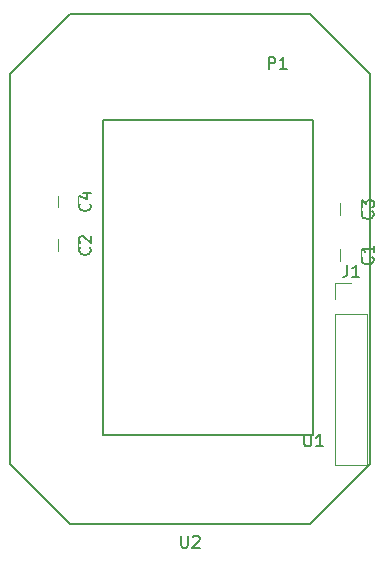
<source format=gbr>
G04 #@! TF.FileFunction,Legend,Top*
%FSLAX46Y46*%
G04 Gerber Fmt 4.6, Leading zero omitted, Abs format (unit mm)*
G04 Created by KiCad (PCBNEW 4.0.7-e2-6376~58~ubuntu16.04.1) date Tue Dec  5 16:58:08 2017*
%MOMM*%
%LPD*%
G01*
G04 APERTURE LIST*
%ADD10C,0.100000*%
%ADD11C,0.120000*%
%ADD12C,0.150000*%
G04 APERTURE END LIST*
D10*
D11*
X159041200Y-97985200D02*
X159041200Y-96985200D01*
X157341200Y-96985200D02*
X157341200Y-97985200D01*
X135114400Y-97172400D02*
X135114400Y-96172400D01*
X133414400Y-96172400D02*
X133414400Y-97172400D01*
X159041200Y-94124400D02*
X159041200Y-93124400D01*
X157341200Y-93124400D02*
X157341200Y-94124400D01*
X135114400Y-93464000D02*
X135114400Y-92464000D01*
X133414400Y-92464000D02*
X133414400Y-93464000D01*
D12*
X137261600Y-112725200D02*
X155041600Y-112725200D01*
X155041600Y-112725200D02*
X155041600Y-86055200D01*
X155041600Y-86055200D02*
X137261600Y-86055200D01*
X137261600Y-86055200D02*
X137261600Y-112725200D01*
X134442200Y-77114400D02*
X154762200Y-77114400D01*
X159842200Y-115214400D02*
X159842200Y-82194400D01*
X134442200Y-120294400D02*
X154762200Y-120294400D01*
X129362200Y-82194400D02*
X129362200Y-115214400D01*
X134442200Y-120294400D02*
X129362200Y-115214400D01*
X154762200Y-120294400D02*
X159842200Y-115214400D01*
X154762200Y-77114400D02*
X159842200Y-82194400D01*
X129362200Y-82194400D02*
X134442200Y-77114400D01*
D11*
X156912000Y-115249000D02*
X159572000Y-115249000D01*
X156912000Y-102489000D02*
X156912000Y-115249000D01*
X159572000Y-102489000D02*
X159572000Y-115249000D01*
X156912000Y-102489000D02*
X159572000Y-102489000D01*
X156912000Y-101219000D02*
X156912000Y-99889000D01*
X156912000Y-99889000D02*
X158242000Y-99889000D01*
D12*
X160048343Y-97651866D02*
X160095962Y-97699485D01*
X160143581Y-97842342D01*
X160143581Y-97937580D01*
X160095962Y-98080438D01*
X160000724Y-98175676D01*
X159905486Y-98223295D01*
X159715010Y-98270914D01*
X159572152Y-98270914D01*
X159381676Y-98223295D01*
X159286438Y-98175676D01*
X159191200Y-98080438D01*
X159143581Y-97937580D01*
X159143581Y-97842342D01*
X159191200Y-97699485D01*
X159238819Y-97651866D01*
X160143581Y-96699485D02*
X160143581Y-97270914D01*
X160143581Y-96985200D02*
X159143581Y-96985200D01*
X159286438Y-97080438D01*
X159381676Y-97175676D01*
X159429295Y-97270914D01*
X136121543Y-96839066D02*
X136169162Y-96886685D01*
X136216781Y-97029542D01*
X136216781Y-97124780D01*
X136169162Y-97267638D01*
X136073924Y-97362876D01*
X135978686Y-97410495D01*
X135788210Y-97458114D01*
X135645352Y-97458114D01*
X135454876Y-97410495D01*
X135359638Y-97362876D01*
X135264400Y-97267638D01*
X135216781Y-97124780D01*
X135216781Y-97029542D01*
X135264400Y-96886685D01*
X135312019Y-96839066D01*
X135312019Y-96458114D02*
X135264400Y-96410495D01*
X135216781Y-96315257D01*
X135216781Y-96077161D01*
X135264400Y-95981923D01*
X135312019Y-95934304D01*
X135407257Y-95886685D01*
X135502495Y-95886685D01*
X135645352Y-95934304D01*
X136216781Y-96505733D01*
X136216781Y-95886685D01*
X160048343Y-93791066D02*
X160095962Y-93838685D01*
X160143581Y-93981542D01*
X160143581Y-94076780D01*
X160095962Y-94219638D01*
X160000724Y-94314876D01*
X159905486Y-94362495D01*
X159715010Y-94410114D01*
X159572152Y-94410114D01*
X159381676Y-94362495D01*
X159286438Y-94314876D01*
X159191200Y-94219638D01*
X159143581Y-94076780D01*
X159143581Y-93981542D01*
X159191200Y-93838685D01*
X159238819Y-93791066D01*
X159143581Y-93457733D02*
X159143581Y-92838685D01*
X159524533Y-93172019D01*
X159524533Y-93029161D01*
X159572152Y-92933923D01*
X159619771Y-92886304D01*
X159715010Y-92838685D01*
X159953105Y-92838685D01*
X160048343Y-92886304D01*
X160095962Y-92933923D01*
X160143581Y-93029161D01*
X160143581Y-93314876D01*
X160095962Y-93410114D01*
X160048343Y-93457733D01*
X136121543Y-93130666D02*
X136169162Y-93178285D01*
X136216781Y-93321142D01*
X136216781Y-93416380D01*
X136169162Y-93559238D01*
X136073924Y-93654476D01*
X135978686Y-93702095D01*
X135788210Y-93749714D01*
X135645352Y-93749714D01*
X135454876Y-93702095D01*
X135359638Y-93654476D01*
X135264400Y-93559238D01*
X135216781Y-93416380D01*
X135216781Y-93321142D01*
X135264400Y-93178285D01*
X135312019Y-93130666D01*
X135550114Y-92273523D02*
X136216781Y-92273523D01*
X135169162Y-92511619D02*
X135883448Y-92749714D01*
X135883448Y-92130666D01*
X151255505Y-81732381D02*
X151255505Y-80732381D01*
X151636458Y-80732381D01*
X151731696Y-80780000D01*
X151779315Y-80827619D01*
X151826934Y-80922857D01*
X151826934Y-81065714D01*
X151779315Y-81160952D01*
X151731696Y-81208571D01*
X151636458Y-81256190D01*
X151255505Y-81256190D01*
X152779315Y-81732381D02*
X152207886Y-81732381D01*
X152493600Y-81732381D02*
X152493600Y-80732381D01*
X152398362Y-80875238D01*
X152303124Y-80970476D01*
X152207886Y-81018095D01*
X154279695Y-112677581D02*
X154279695Y-113487105D01*
X154327314Y-113582343D01*
X154374933Y-113629962D01*
X154470171Y-113677581D01*
X154660648Y-113677581D01*
X154755886Y-113629962D01*
X154803505Y-113582343D01*
X154851124Y-113487105D01*
X154851124Y-112677581D01*
X155851124Y-113677581D02*
X155279695Y-113677581D01*
X155565409Y-113677581D02*
X155565409Y-112677581D01*
X155470171Y-112820438D01*
X155374933Y-112915676D01*
X155279695Y-112963295D01*
X143840295Y-121270781D02*
X143840295Y-122080305D01*
X143887914Y-122175543D01*
X143935533Y-122223162D01*
X144030771Y-122270781D01*
X144221248Y-122270781D01*
X144316486Y-122223162D01*
X144364105Y-122175543D01*
X144411724Y-122080305D01*
X144411724Y-121270781D01*
X144840295Y-121366019D02*
X144887914Y-121318400D01*
X144983152Y-121270781D01*
X145221248Y-121270781D01*
X145316486Y-121318400D01*
X145364105Y-121366019D01*
X145411724Y-121461257D01*
X145411724Y-121556495D01*
X145364105Y-121699352D01*
X144792676Y-122270781D01*
X145411724Y-122270781D01*
X157908667Y-98341381D02*
X157908667Y-99055667D01*
X157861047Y-99198524D01*
X157765809Y-99293762D01*
X157622952Y-99341381D01*
X157527714Y-99341381D01*
X158908667Y-99341381D02*
X158337238Y-99341381D01*
X158622952Y-99341381D02*
X158622952Y-98341381D01*
X158527714Y-98484238D01*
X158432476Y-98579476D01*
X158337238Y-98627095D01*
M02*

</source>
